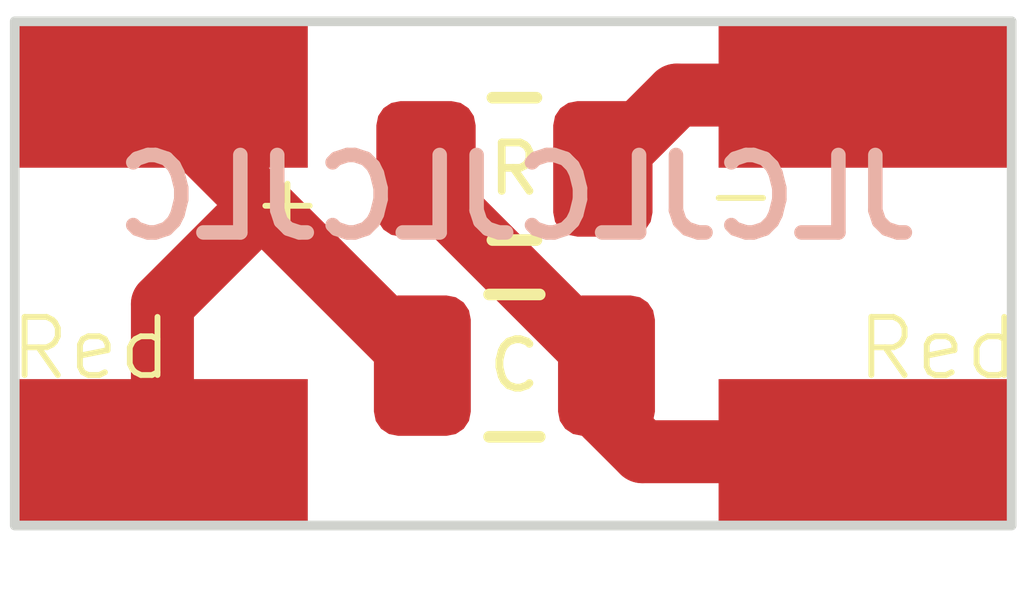
<source format=kicad_pcb>
(kicad_pcb (version 20221018) (generator pcbnew)
  (layers (0 "F.Cu" signal) (31 "B.Cu" signal) (34 "B.Paste" user) (35 "F.Paste" user) (36 "B.SilkS" user "B.Silkscreen") (37 "F.SilkS" user "F.Silkscreen") (38 "B.Mask" user) (39 "F.Mask" user) (44 "Edge.Cuts" user))
  (net 0 "")
  (net 1 "+9V")
  (net 2 "Net-(J6-Pin_1)")
  (net 3 "GND")
  (footprint "Custom:SolderWirePad_1x01_SMD_1.5x3mm" (layer "F.Cu") (at 157.226 77.216 90)
    (fp_text reference "J4" hide)
    (fp_text value "-" (at -1.016 -1.27 180) (layer "F.SilkS") (effects (font (size 0.6 0.6) (thickness 0.06))))
    (pad "1" smd rect (at 0 0 90) (size 1.5 3) (layers "F.Cu" "F.Paste" "F.Mask") (net 3 "GND"))
  )
  (footprint "Custom:SolderWirePad_1x01_SMD_1.5x3mm" (layer "F.Cu") (at 149.987 80.899 90)
    (fp_text reference "J3" hide)
    (fp_text value "Red" (at 1.0668 -0.7366 180) (layer "F.SilkS") (effects (font (size 0.6 0.6) (thickness 0.06))))
    (pad "1" smd rect (at 0 0 90) (size 1.5 3) (layers "F.Cu" "F.Paste" "F.Mask") (net 1 "+9V"))
  )
  (footprint "Custom:SolderWirePad_1x01_SMD_1.5x3mm" (layer "F.Cu") (at 157.226 80.899 -90)
    (fp_text reference "J6" hide)
    (fp_text value "Red")
    (pad "1" smd rect (at 0 0 270) (size 1.5 3) (layers "F.Cu" "F.Paste" "F.Mask") (net 2 "Net-(J6-Pin_1)"))
  )
  (footprint "Custom:SolderWirePad_1x01_SMD_1.5x3mm" (layer "F.Cu") (at 149.987 77.216 -90)
    (fp_text reference "J1" hide)
    (fp_text value "+" (at 1.143 -1.2446 -90) (layer "F.SilkS") (effects (font (size 0.6 0.6) (thickness 0.06))))
    (pad "1" smd rect (at 0 0 270) (size 1.5 3) (layers "F.Cu" "F.Paste" "F.Mask") (net 1 "+9V"))
  )
  (footprint "Resistor_SMD:R_0805_2012Metric" (layer "F.Cu") (at 153.6192 77.978)
    (fp_text reference "R1" hide)
    (fp_text value "330R-380R")
    (fp_text user "R" (at 0 0) (layer "F.SilkS") (effects (font (size 0.5 0.5) (thickness 0.08))))
    (fp_line (start -0.227064 -0.735) (end 0.227064 -0.735) (stroke (width 0.12)) (layer "F.SilkS"))
    (fp_line (start -0.227064 0.735) (end 0.227064 0.735) (stroke (width 0.12)) (layer "F.SilkS"))
    (pad "1" smd roundrect (at -0.9125 0) (size 1.025 1.4) (layers "F.Cu" "F.Paste" "F.Mask") (roundrect_rratio 0.243902439) (net 2 "Net-(J6-Pin_1)"))
    (pad "2" smd roundrect (at 0.9125 0) (size 1.025 1.4) (layers "F.Cu" "F.Paste" "F.Mask") (roundrect_rratio 0.243902439) (net 3 "GND"))
  )
  (footprint "Capacitor_SMD:C_0805_2012Metric" (layer "F.Cu") (at 153.6192 80.01)
    (fp_text reference "C1" hide)
    (fp_text value "0.47uF 50v")
    (fp_text user "C" (at 0 0) (layer "F.SilkS") (effects (font (size 0.5 0.5) (thickness 0.08))))
    (fp_line (start -0.261252 -0.735) (end 0.261252 -0.735) (stroke (width 0.12)) (layer "F.SilkS"))
    (fp_line (start -0.261252 0.735) (end 0.261252 0.735) (stroke (width 0.12)) (layer "F.SilkS"))
    (pad "1" smd roundrect (at -0.95 0) (size 1 1.45) (layers "F.Cu" "F.Paste" "F.Mask") (net 1 "+9V"))
    (pad "2" smd roundrect (at 0.95 0) (size 1 1.45) (layers "F.Cu" "F.Paste" "F.Mask") (net 2 "Net-(J6-Pin_1)"))
  )
  (gr_rect (start 148.463 76.454) (end 158.75 81.661) (stroke (width 0.1)) (fill none) (layer "Edge.Cuts"))
  (gr_text "JLCJLCJLCJLC" (at 157.861 78.74) (layer "B.SilkS") (effects (font (size 0.8 0.8) (thickness 0.15) bold) (justify left bottom mirror)))
  (gr_text "Red" (at 157.988 79.8322) (layer "F.SilkS") (effects (font (size 0.6 0.6) (thickness 0.06))))
  (segment (start 149.987 77.216) (end 149.987 77.3278) (width 0.65) (layer "F.Cu") (net 1))
  (segment (start 151.0106 78.3514) (end 152.6692 80.01) (width 0.65) (layer "F.Cu") (net 1))
  (segment (start 149.987 79.375) (end 151.0106 78.3514) (width 0.65) (layer "F.Cu") (net 1))
  (segment (start 149.987 80.899) (end 149.987 79.375) (width 0.65) (layer "F.Cu") (net 1))
  (segment (start 149.987 77.3278) (end 151.0106 78.3514) (width 0.65) (layer "F.Cu") (net 1))
  (segment (start 152.7067 77.978) (end 152.7067 78.1475) (width 0.65) (layer "F.Cu") (net 2))
  (segment (start 154.5692 80.5282) (end 154.94 80.899) (width 0.65) (layer "F.Cu") (net 2))
  (segment (start 154.94 80.899) (end 157.226 80.899) (width 0.65) (layer "F.Cu") (net 2))
  (segment (start 154.5692 80.01) (end 154.5692 80.5282) (width 0.65) (layer "F.Cu") (net 2))
  (segment (start 152.7067 78.1475) (end 154.5692 80.01) (width 0.65) (layer "F.Cu") (net 2))
  (segment (start 155.2937 77.216) (end 154.5317 77.978) (width 0.65) (layer "F.Cu") (net 3))
  (segment (start 157.226 77.216) (end 155.2937 77.216) (width 0.65) (layer "F.Cu") (net 3))
)
</source>
